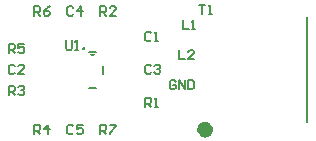
<source format=gto>
G04*
G04 #@! TF.GenerationSoftware,Altium Limited,Altium Designer,18.1.7 (191)*
G04*
G04 Layer_Color=65535*
%FSLAX24Y24*%
%MOIN*%
G70*
G01*
G75*
%ADD10C,0.0060*%
%ADD11C,0.0100*%
%ADD12C,0.0394*%
%ADD13C,0.0079*%
%ADD14C,0.0070*%
D10*
X5201Y2891D02*
G03*
X5299Y2891I49J109D01*
G01*
X5131Y3000D02*
X5369D01*
X5595Y2267D02*
Y2533D01*
X5131Y1800D02*
X5369D01*
D11*
X4960Y3100D02*
G03*
X4959Y3097I-10J0D01*
G01*
D12*
X9071Y400D02*
G03*
X9071Y400I-71J0D01*
G01*
D13*
X12400Y650D02*
Y4150D01*
D14*
X8030Y2000D02*
X7980Y2050D01*
X7880D01*
X7830Y2000D01*
Y1800D01*
X7880Y1750D01*
X7980D01*
X8030Y1800D01*
Y1900D01*
X7930D01*
X8130Y1750D02*
Y2050D01*
X8330Y1750D01*
Y2050D01*
X8430D02*
Y1750D01*
X8580D01*
X8630Y1800D01*
Y2000D01*
X8580Y2050D01*
X8430D01*
X8250Y4050D02*
Y3750D01*
X8450D01*
X8550D02*
X8650D01*
X8600D01*
Y4050D01*
X8550Y4000D01*
X8145Y3050D02*
Y2750D01*
X8345D01*
X8645D02*
X8445D01*
X8645Y2950D01*
Y3000D01*
X8595Y3050D01*
X8495D01*
X8445Y3000D01*
X8800Y4565D02*
X9010D01*
X8905D01*
Y4250D01*
X9115D02*
X9220D01*
X9167D01*
Y4565D01*
X9115Y4512D01*
X4360Y3374D02*
Y3112D01*
X4412Y3060D01*
X4517D01*
X4570Y3112D01*
Y3374D01*
X4674Y3060D02*
X4779D01*
X4727D01*
Y3374D01*
X4674Y3322D01*
X5500Y250D02*
Y565D01*
X5657D01*
X5710Y512D01*
Y407D01*
X5657Y355D01*
X5500D01*
X5605D02*
X5710Y250D01*
X5815Y565D02*
X6025D01*
Y512D01*
X5815Y302D01*
Y250D01*
X3300Y4200D02*
Y4515D01*
X3457D01*
X3510Y4462D01*
Y4357D01*
X3457Y4305D01*
X3300D01*
X3405D02*
X3510Y4200D01*
X3825Y4515D02*
X3720Y4462D01*
X3615Y4357D01*
Y4252D01*
X3667Y4200D01*
X3772D01*
X3825Y4252D01*
Y4305D01*
X3772Y4357D01*
X3615D01*
X2450Y2950D02*
Y3265D01*
X2607D01*
X2660Y3212D01*
Y3107D01*
X2607Y3055D01*
X2450D01*
X2555D02*
X2660Y2950D01*
X2975Y3265D02*
X2765D01*
Y3107D01*
X2870Y3160D01*
X2922D01*
X2975Y3107D01*
Y3002D01*
X2922Y2950D01*
X2817D01*
X2765Y3002D01*
X3300Y250D02*
Y565D01*
X3457D01*
X3510Y512D01*
Y407D01*
X3457Y355D01*
X3300D01*
X3405D02*
X3510Y250D01*
X3772D02*
Y565D01*
X3615Y407D01*
X3825D01*
X2450Y1550D02*
Y1865D01*
X2607D01*
X2660Y1812D01*
Y1707D01*
X2607Y1655D01*
X2450D01*
X2555D02*
X2660Y1550D01*
X2765Y1812D02*
X2817Y1865D01*
X2922D01*
X2975Y1812D01*
Y1760D01*
X2922Y1707D01*
X2870D01*
X2922D01*
X2975Y1655D01*
Y1602D01*
X2922Y1550D01*
X2817D01*
X2765Y1602D01*
X5500Y4200D02*
Y4515D01*
X5657D01*
X5710Y4462D01*
Y4357D01*
X5657Y4305D01*
X5500D01*
X5605D02*
X5710Y4200D01*
X6025D02*
X5815D01*
X6025Y4410D01*
Y4462D01*
X5972Y4515D01*
X5867D01*
X5815Y4462D01*
X7000Y1150D02*
Y1465D01*
X7157D01*
X7210Y1412D01*
Y1307D01*
X7157Y1255D01*
X7000D01*
X7105D02*
X7210Y1150D01*
X7315D02*
X7420D01*
X7367D01*
Y1465D01*
X7315Y1412D01*
X4610Y512D02*
X4557Y565D01*
X4452D01*
X4400Y512D01*
Y302D01*
X4452Y250D01*
X4557D01*
X4610Y302D01*
X4925Y565D02*
X4715D01*
Y407D01*
X4820Y460D01*
X4872D01*
X4925Y407D01*
Y302D01*
X4872Y250D01*
X4767D01*
X4715Y302D01*
X4610Y4462D02*
X4557Y4515D01*
X4452D01*
X4400Y4462D01*
Y4252D01*
X4452Y4200D01*
X4557D01*
X4610Y4252D01*
X4872Y4200D02*
Y4515D01*
X4715Y4357D01*
X4925D01*
X7200Y2517D02*
X7150Y2567D01*
X7050D01*
X7000Y2517D01*
Y2317D01*
X7050Y2267D01*
X7150D01*
X7200Y2317D01*
X7300Y2517D02*
X7350Y2567D01*
X7450D01*
X7500Y2517D01*
Y2467D01*
X7450Y2417D01*
X7400D01*
X7450D01*
X7500Y2367D01*
Y2317D01*
X7450Y2267D01*
X7350D01*
X7300Y2317D01*
X2660Y2512D02*
X2607Y2565D01*
X2502D01*
X2450Y2512D01*
Y2302D01*
X2502Y2250D01*
X2607D01*
X2660Y2302D01*
X2975Y2250D02*
X2765D01*
X2975Y2460D01*
Y2512D01*
X2922Y2565D01*
X2817D01*
X2765Y2512D01*
X7210Y3612D02*
X7157Y3665D01*
X7052D01*
X7000Y3612D01*
Y3402D01*
X7052Y3350D01*
X7157D01*
X7210Y3402D01*
X7315Y3350D02*
X7420D01*
X7367D01*
Y3665D01*
X7315Y3612D01*
M02*

</source>
